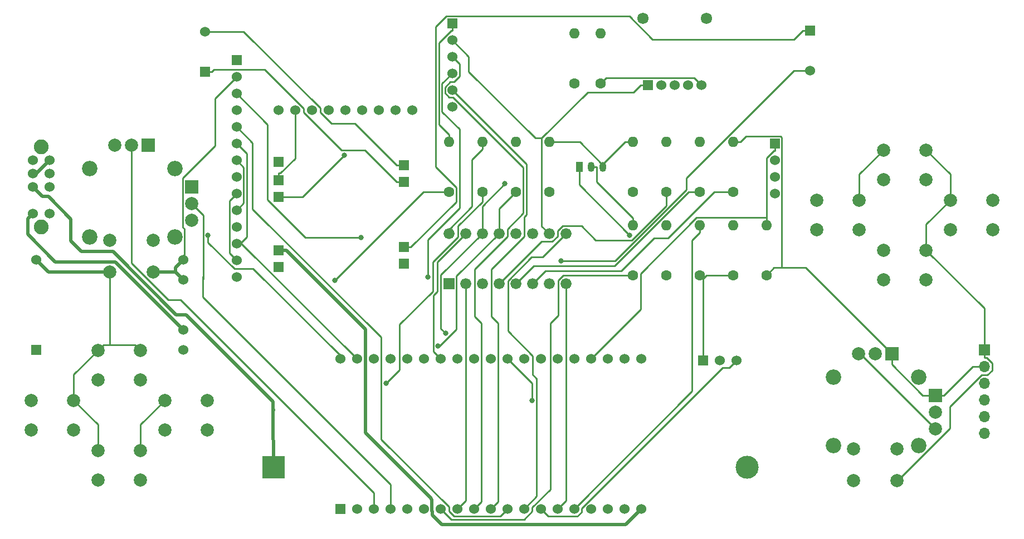
<source format=gbr>
G04 #@! TF.GenerationSoftware,KiCad,Pcbnew,5.1.6-c6e7f7d~86~ubuntu19.10.1*
G04 #@! TF.CreationDate,2020-06-13T17:36:59-04:00*
G04 #@! TF.ProjectId,Esp32Badge-v1,45737033-3242-4616-9467-652d76312e6b,2*
G04 #@! TF.SameCoordinates,Original*
G04 #@! TF.FileFunction,Copper,L2,Bot*
G04 #@! TF.FilePolarity,Positive*
%FSLAX46Y46*%
G04 Gerber Fmt 4.6, Leading zero omitted, Abs format (unit mm)*
G04 Created by KiCad (PCBNEW 5.1.6-c6e7f7d~86~ubuntu19.10.1) date 2020-06-13 17:36:59*
%MOMM*%
%LPD*%
G01*
G04 APERTURE LIST*
G04 #@! TA.AperFunction,ComponentPad*
%ADD10C,2.000000*%
G04 #@! TD*
G04 #@! TA.AperFunction,ComponentPad*
%ADD11R,2.000000X2.000000*%
G04 #@! TD*
G04 #@! TA.AperFunction,ComponentPad*
%ADD12C,2.340000*%
G04 #@! TD*
G04 #@! TA.AperFunction,ComponentPad*
%ADD13O,1.700000X1.700000*%
G04 #@! TD*
G04 #@! TA.AperFunction,ComponentPad*
%ADD14R,1.700000X1.700000*%
G04 #@! TD*
G04 #@! TA.AperFunction,ComponentPad*
%ADD15C,1.530000*%
G04 #@! TD*
G04 #@! TA.AperFunction,ComponentPad*
%ADD16R,1.530000X1.530000*%
G04 #@! TD*
G04 #@! TA.AperFunction,ComponentPad*
%ADD17C,1.524000*%
G04 #@! TD*
G04 #@! TA.AperFunction,ComponentPad*
%ADD18R,1.524000X1.524000*%
G04 #@! TD*
G04 #@! TA.AperFunction,ComponentPad*
%ADD19C,2.250000*%
G04 #@! TD*
G04 #@! TA.AperFunction,ComponentPad*
%ADD20O,1.600000X1.600000*%
G04 #@! TD*
G04 #@! TA.AperFunction,ComponentPad*
%ADD21C,1.600000*%
G04 #@! TD*
G04 #@! TA.AperFunction,ComponentPad*
%ADD22R,1.050000X1.500000*%
G04 #@! TD*
G04 #@! TA.AperFunction,ComponentPad*
%ADD23O,1.050000X1.500000*%
G04 #@! TD*
G04 #@! TA.AperFunction,ComponentPad*
%ADD24R,3.500000X3.500000*%
G04 #@! TD*
G04 #@! TA.AperFunction,ComponentPad*
%ADD25C,3.500000*%
G04 #@! TD*
G04 #@! TA.AperFunction,ComponentPad*
%ADD26C,1.724000*%
G04 #@! TD*
G04 #@! TA.AperFunction,ComponentPad*
%ADD27C,1.676400*%
G04 #@! TD*
G04 #@! TA.AperFunction,ComponentPad*
%ADD28R,1.676400X1.676400*%
G04 #@! TD*
G04 #@! TA.AperFunction,ViaPad*
%ADD29C,0.800000*%
G04 #@! TD*
G04 #@! TA.AperFunction,Conductor*
%ADD30C,0.250000*%
G04 #@! TD*
G04 #@! TA.AperFunction,Conductor*
%ADD31C,0.500000*%
G04 #@! TD*
G04 APERTURE END LIST*
D10*
X81280000Y-47498000D03*
D11*
X83820000Y-47498000D03*
D10*
X78740000Y-47498000D03*
D11*
X90424000Y-53848000D03*
D10*
X90424000Y-56388000D03*
X90424000Y-58928000D03*
X77978000Y-61976000D03*
X84582000Y-61976000D03*
D12*
X74930000Y-51054000D03*
X87884000Y-51054000D03*
X87884000Y-61468000D03*
X74930000Y-61468000D03*
D10*
X77978000Y-66802000D03*
X84582000Y-66802000D03*
X194310000Y-79248000D03*
D11*
X196850000Y-79248000D03*
D10*
X191770000Y-79248000D03*
D11*
X203454000Y-85598000D03*
D10*
X203454000Y-88138000D03*
X203454000Y-90678000D03*
X191008000Y-93726000D03*
X197612000Y-93726000D03*
D12*
X187960000Y-82804000D03*
X200914000Y-82804000D03*
X200914000Y-93218000D03*
X187960000Y-93218000D03*
D10*
X191008000Y-98552000D03*
X197612000Y-98552000D03*
D13*
X210922000Y-91389200D03*
X210922000Y-88849200D03*
X210922000Y-86309200D03*
X210922000Y-83769200D03*
X210922000Y-81229200D03*
D14*
X210922000Y-78689200D03*
D15*
X113040000Y-80010000D03*
X115580000Y-80010000D03*
X118120000Y-80010000D03*
X120660000Y-80010000D03*
X123200000Y-80010000D03*
X125740000Y-80010000D03*
X128280000Y-80010000D03*
X130820000Y-80010000D03*
X133360000Y-80010000D03*
X135900000Y-80010000D03*
X138440000Y-80010000D03*
X140980000Y-80010000D03*
X143520000Y-80010000D03*
X146060000Y-80010000D03*
X148600000Y-80010000D03*
X151140000Y-80010000D03*
X153680000Y-80010000D03*
X156220000Y-80010000D03*
X158760000Y-80010000D03*
X158760000Y-102870000D03*
X156220000Y-102870000D03*
X153680000Y-102870000D03*
X151140000Y-102870000D03*
X148600000Y-102870000D03*
X146060000Y-102870000D03*
X143520000Y-102870000D03*
X140980000Y-102870000D03*
X138440000Y-102870000D03*
X135900000Y-102870000D03*
X133360000Y-102870000D03*
X130820000Y-102870000D03*
X128280000Y-102870000D03*
X125740000Y-102870000D03*
X123200000Y-102870000D03*
X120660000Y-102870000D03*
X118120000Y-102870000D03*
X115580000Y-102870000D03*
D16*
X113040000Y-102870000D03*
D17*
X89204800Y-78663800D03*
X89204800Y-75615800D03*
X89204800Y-67995800D03*
X89204800Y-64947800D03*
X66852800Y-64947800D03*
D18*
X66852800Y-78663800D03*
D17*
X66294000Y-57937400D03*
X66294000Y-53873400D03*
X66294000Y-51841400D03*
X68834000Y-57937400D03*
X68834000Y-53873400D03*
X68834000Y-51841400D03*
X66294000Y-49809400D03*
X68834000Y-49809400D03*
D19*
X67564000Y-59969400D03*
X67564000Y-47777400D03*
D17*
X173228000Y-80264000D03*
X170688000Y-80264000D03*
D18*
X168148000Y-80264000D03*
D20*
X152640000Y-30480000D03*
D21*
X152640000Y-38100000D03*
D20*
X148590000Y-30480000D03*
D21*
X148590000Y-38100000D03*
D22*
X149352000Y-50800000D03*
D23*
X152908000Y-50800000D03*
X151130000Y-50800000D03*
D20*
X162560000Y-59690000D03*
D21*
X162560000Y-67310000D03*
D18*
X179070000Y-47244000D03*
D17*
X179070000Y-49784000D03*
X179070000Y-52324000D03*
X179070000Y-54864000D03*
X97282000Y-67564000D03*
X97282000Y-65024000D03*
X97282000Y-62484000D03*
X97282000Y-59944000D03*
X97282000Y-57404000D03*
X97282000Y-54864000D03*
X97282000Y-52324000D03*
X97282000Y-49784000D03*
X97282000Y-47244000D03*
X97282000Y-44704000D03*
X97282000Y-42164000D03*
X97282000Y-39624000D03*
X97282000Y-37084000D03*
D18*
X97282000Y-34544000D03*
D24*
X102870000Y-96520000D03*
D25*
X174870000Y-96520000D03*
D26*
X168656000Y-28194000D03*
X159004000Y-28194000D03*
D18*
X159766000Y-38354000D03*
D17*
X161798000Y-38354000D03*
X167894000Y-38354000D03*
X165862000Y-38354000D03*
X163830000Y-38354000D03*
D18*
X103632000Y-55372000D03*
X103632000Y-52832000D03*
X103632000Y-63500000D03*
X103632000Y-66040000D03*
X103632000Y-50038000D03*
X122682000Y-62992000D03*
X122682000Y-65532000D03*
X122682000Y-53086000D03*
X122682000Y-50546000D03*
D17*
X103632000Y-42164000D03*
X106172000Y-42164000D03*
X108712000Y-42164000D03*
X111252000Y-42164000D03*
X113792000Y-42164000D03*
X116332000Y-42164000D03*
X118872000Y-42164000D03*
X121412000Y-42164000D03*
X123952000Y-42164000D03*
X130048000Y-41656000D03*
X130048000Y-39116000D03*
X130048000Y-36576000D03*
X130048000Y-34036000D03*
X130048000Y-31496000D03*
D18*
X130048000Y-28956000D03*
D27*
X129540000Y-60960000D03*
X132080000Y-60960000D03*
X134620000Y-60960000D03*
X137160000Y-60960000D03*
X139700000Y-60960000D03*
X142240000Y-60960000D03*
X144780000Y-60960000D03*
X147320000Y-60960000D03*
X147320000Y-68580000D03*
X144780000Y-68580000D03*
X142240000Y-68580000D03*
X139700000Y-68580000D03*
X137160000Y-68580000D03*
X134620000Y-68580000D03*
X132080000Y-68580000D03*
D28*
X129540000Y-68580000D03*
D20*
X157480000Y-59690000D03*
D21*
X157480000Y-67310000D03*
D20*
X177800000Y-59690000D03*
D21*
X177800000Y-67310000D03*
D20*
X172720000Y-59690000D03*
D21*
X172720000Y-67310000D03*
D20*
X167640000Y-59690000D03*
D21*
X167640000Y-67310000D03*
D20*
X172720000Y-46990000D03*
D21*
X172720000Y-54610000D03*
D20*
X167640000Y-46990000D03*
D21*
X167640000Y-54610000D03*
D20*
X162560000Y-46990000D03*
D21*
X162560000Y-54610000D03*
D20*
X157480000Y-46990000D03*
D21*
X157480000Y-54610000D03*
D18*
X184404000Y-30018000D03*
D17*
X184404000Y-36114000D03*
D18*
X92456000Y-36322000D03*
D17*
X92456000Y-30226000D03*
D20*
X129540000Y-46990000D03*
D21*
X129540000Y-54610000D03*
D20*
X134620000Y-46990000D03*
D21*
X134620000Y-54610000D03*
D20*
X139700000Y-46990000D03*
D21*
X139700000Y-54610000D03*
D20*
X144780000Y-46990000D03*
D21*
X144780000Y-54610000D03*
D10*
X82700000Y-78740000D03*
X82700000Y-83240000D03*
X76200000Y-78740000D03*
X76200000Y-83240000D03*
X82700000Y-93980000D03*
X82700000Y-98480000D03*
X76200000Y-93980000D03*
X76200000Y-98480000D03*
X72540000Y-86360000D03*
X72540000Y-90860000D03*
X66040000Y-86360000D03*
X66040000Y-90860000D03*
X92860000Y-86360000D03*
X92860000Y-90860000D03*
X86360000Y-86360000D03*
X86360000Y-90860000D03*
X202080000Y-63500000D03*
X202080000Y-68000000D03*
X195580000Y-63500000D03*
X195580000Y-68000000D03*
X212240000Y-55880000D03*
X212240000Y-60380000D03*
X205740000Y-55880000D03*
X205740000Y-60380000D03*
X191920000Y-55880000D03*
X191920000Y-60380000D03*
X185420000Y-55880000D03*
X185420000Y-60380000D03*
X202080000Y-48260000D03*
X202080000Y-52760000D03*
X195580000Y-48260000D03*
X195580000Y-52760000D03*
D29*
X112247500Y-68066200D03*
X119984800Y-83768500D03*
X127916400Y-78083300D03*
X138009700Y-53375900D03*
X129032800Y-76148300D03*
X142167100Y-86365300D03*
X146575700Y-65131000D03*
X116165400Y-61509200D03*
X113697100Y-49018000D03*
X92944200Y-61187000D03*
X157046300Y-61198700D03*
X126358900Y-67561000D03*
D30*
X128280000Y-80010000D02*
X127191100Y-78921100D01*
X127191100Y-78921100D02*
X127191100Y-70349100D01*
X127191100Y-70349100D02*
X127802000Y-69738200D01*
X127802000Y-69738200D02*
X127802000Y-65238000D01*
X127802000Y-65238000D02*
X132080000Y-60960000D01*
X143649200Y-46432600D02*
X150640500Y-39441300D01*
X150640500Y-39441300D02*
X157591400Y-39441300D01*
X157591400Y-39441300D02*
X158678700Y-38354000D01*
X130048000Y-31496000D02*
X132541900Y-33989900D01*
X132541900Y-33989900D02*
X132541900Y-36311900D01*
X132541900Y-36311900D02*
X142662600Y-46432600D01*
X142662600Y-46432600D02*
X143649200Y-46432600D01*
X144780000Y-60960000D02*
X143649200Y-59829200D01*
X143649200Y-59829200D02*
X143649200Y-46432600D01*
X159766000Y-38354000D02*
X158678700Y-38354000D01*
X146060000Y-102870000D02*
X147320000Y-101610000D01*
X147320000Y-101610000D02*
X147320000Y-68580000D01*
X202080000Y-63500000D02*
X210922000Y-72342000D01*
X210922000Y-72342000D02*
X210922000Y-77513900D01*
X205740000Y-55880000D02*
X202080000Y-59540000D01*
X202080000Y-59540000D02*
X202080000Y-63500000D01*
X210922000Y-78689200D02*
X210922000Y-77513900D01*
D31*
X88011000Y-66802000D02*
X89204800Y-67995800D01*
X84582000Y-66802000D02*
X88011000Y-66802000D01*
X89204800Y-64947800D02*
X88011000Y-66141600D01*
X88011000Y-66141600D02*
X88011000Y-66802000D01*
D30*
X97282000Y-37084000D02*
X93993700Y-40372300D01*
X93993700Y-40372300D02*
X93993700Y-47571000D01*
X93993700Y-47571000D02*
X89098600Y-52466100D01*
X89098600Y-52466100D02*
X89098600Y-59972600D01*
X89098600Y-59972600D02*
X89382200Y-60256200D01*
X89382200Y-60256200D02*
X89382200Y-64770400D01*
X89382200Y-64770400D02*
X89204800Y-64947800D01*
X77978000Y-77851000D02*
X81811000Y-77851000D01*
X81811000Y-77851000D02*
X82700000Y-78740000D01*
X76200000Y-78740000D02*
X77089000Y-77851000D01*
X77089000Y-77851000D02*
X77978000Y-77851000D01*
X77978000Y-77851000D02*
X77978000Y-66802000D01*
D31*
X77978000Y-66802000D02*
X68707000Y-66802000D01*
X68707000Y-66802000D02*
X66852800Y-64947800D01*
D30*
X76200000Y-93980000D02*
X76200000Y-90020000D01*
X76200000Y-90020000D02*
X72540000Y-86360000D01*
X210922000Y-78689200D02*
X210922000Y-79864500D01*
X210922000Y-79864500D02*
X211289300Y-79864500D01*
X211289300Y-79864500D02*
X212107400Y-80682600D01*
X212107400Y-80682600D02*
X212107400Y-81783500D01*
X212107400Y-81783500D02*
X211391700Y-82499200D01*
X211391700Y-82499200D02*
X210515500Y-82499200D01*
X210515500Y-82499200D02*
X205693900Y-87320800D01*
X205693900Y-87320800D02*
X205693900Y-90617700D01*
X205693900Y-90617700D02*
X197759600Y-98552000D01*
X197759600Y-98552000D02*
X197612000Y-98552000D01*
X72540000Y-86360000D02*
X72540000Y-82400000D01*
X72540000Y-82400000D02*
X76200000Y-78740000D01*
X86360000Y-86360000D02*
X82700000Y-90020000D01*
X82700000Y-90020000D02*
X82700000Y-93980000D01*
X205740000Y-55880000D02*
X205740000Y-51920000D01*
X205740000Y-51920000D02*
X202080000Y-48260000D01*
X195580000Y-48260000D02*
X191920000Y-51920000D01*
X191920000Y-51920000D02*
X191920000Y-55880000D01*
X66294000Y-53873400D02*
X66320000Y-53873400D01*
D31*
X66294000Y-53873400D02*
X67729100Y-55308500D01*
X67729100Y-55308500D02*
X68668900Y-55308500D01*
X68668900Y-55308500D02*
X72110600Y-58750200D01*
X72110600Y-58750200D02*
X72110600Y-62090300D01*
X72110600Y-62090300D02*
X73710800Y-63690500D01*
X73710800Y-63690500D02*
X78486000Y-63690500D01*
X78486000Y-63690500D02*
X88087200Y-73291700D01*
X88087200Y-73291700D02*
X89585800Y-73291700D01*
X102831900Y-86537800D02*
X102831900Y-88125300D01*
X89585800Y-73291700D02*
X102831900Y-86537800D01*
X102870000Y-87720600D02*
X102831900Y-88125300D01*
X102831900Y-88125300D02*
X102870000Y-96520000D01*
D30*
X180161000Y-66139500D02*
X183741500Y-66139500D01*
X183741500Y-66139500D02*
X196850000Y-79248000D01*
X177800000Y-67310000D02*
X178970500Y-66139500D01*
X178970500Y-66139500D02*
X180161000Y-66139500D01*
X173845300Y-46990000D02*
X174678600Y-46156700D01*
X174678600Y-46156700D02*
X179984900Y-46156700D01*
X179984900Y-46156700D02*
X180161000Y-46332800D01*
X180161000Y-46332800D02*
X180161000Y-66139500D01*
X172720000Y-46990000D02*
X173845300Y-46990000D01*
X134620000Y-48115300D02*
X133044400Y-49690900D01*
X133044400Y-49690900D02*
X133044400Y-56818700D01*
X133044400Y-56818700D02*
X129540000Y-60323100D01*
X129540000Y-60323100D02*
X129540000Y-60960000D01*
X130048000Y-30043300D02*
X129951400Y-30043300D01*
X129951400Y-30043300D02*
X128041100Y-31953600D01*
X128041100Y-31953600D02*
X128041100Y-44365800D01*
X128041100Y-44365800D02*
X129540000Y-45864700D01*
X134620000Y-46990000D02*
X134620000Y-48115300D01*
X196850000Y-79248000D02*
X196850000Y-80878500D01*
X196850000Y-80878500D02*
X201569500Y-85598000D01*
X201569500Y-85598000D02*
X203454000Y-85598000D01*
X168148000Y-67818000D02*
X168148000Y-80264000D01*
X167640000Y-67310000D02*
X168148000Y-67818000D01*
X172720000Y-67310000D02*
X168656000Y-67310000D01*
X168656000Y-67310000D02*
X168148000Y-67818000D01*
X203454000Y-85598000D02*
X204779300Y-85598000D01*
X204779300Y-85598000D02*
X209148100Y-81229200D01*
X209148100Y-81229200D02*
X210922000Y-81229200D01*
X152896000Y-50448700D02*
X156354700Y-46990000D01*
X144780000Y-46990000D02*
X149437300Y-46990000D01*
X149437300Y-46990000D02*
X152896000Y-50448700D01*
X152896000Y-50448700D02*
X152896000Y-50788000D01*
X152896000Y-50788000D02*
X152908000Y-50800000D01*
X157480000Y-46990000D02*
X156354700Y-46990000D01*
X129540000Y-46990000D02*
X129540000Y-45864700D01*
X130048000Y-28956000D02*
X130048000Y-30043300D01*
X112247500Y-68066200D02*
X125703700Y-54610000D01*
X125703700Y-54610000D02*
X129540000Y-54610000D01*
X119984800Y-83768500D02*
X122075100Y-81678200D01*
X122075100Y-81678200D02*
X122075100Y-74789700D01*
X122075100Y-74789700D02*
X127126600Y-69738200D01*
X127126600Y-69738200D02*
X127126600Y-65276500D01*
X127126600Y-65276500D02*
X130916400Y-61486700D01*
X130916400Y-61486700D02*
X130916400Y-59796400D01*
X130916400Y-59796400D02*
X134620000Y-56092800D01*
X134620000Y-56092800D02*
X134620000Y-54610000D01*
X127916400Y-78083300D02*
X128143100Y-78083300D01*
X128143100Y-78083300D02*
X130703600Y-75522800D01*
X130703600Y-75522800D02*
X130703600Y-67416400D01*
X130703600Y-67416400D02*
X137160000Y-60960000D01*
X137160000Y-60960000D02*
X137160000Y-57150000D01*
X137160000Y-57150000D02*
X139700000Y-54610000D01*
X134620000Y-60960000D02*
X128346200Y-67233800D01*
X128346200Y-67233800D02*
X128346200Y-75461700D01*
X128346200Y-75461700D02*
X129032800Y-76148300D01*
X134620000Y-60960000D02*
X134620000Y-56765600D01*
X134620000Y-56765600D02*
X138009700Y-53375900D01*
X138440000Y-80010000D02*
X142167100Y-83737100D01*
X142167100Y-83737100D02*
X142167100Y-86365300D01*
X97939200Y-62369200D02*
X115580000Y-80010000D01*
X97282000Y-47244000D02*
X98835500Y-48797500D01*
X98835500Y-48797500D02*
X98835500Y-61472900D01*
X98835500Y-61472900D02*
X97939200Y-62369200D01*
X97939200Y-62369200D02*
X97396800Y-62369200D01*
X97396800Y-62369200D02*
X97282000Y-62484000D01*
X97282000Y-54864000D02*
X96192500Y-55953500D01*
X96192500Y-55953500D02*
X96192500Y-63934500D01*
X96192500Y-63934500D02*
X97282000Y-65024000D01*
X97282000Y-49784000D02*
X98371300Y-50873300D01*
X98371300Y-50873300D02*
X98371300Y-56314700D01*
X98371300Y-56314700D02*
X97282000Y-57404000D01*
X122682000Y-53086000D02*
X121594700Y-53086000D01*
X92456000Y-36322000D02*
X93543300Y-36322000D01*
X93543300Y-36322000D02*
X93877000Y-35988300D01*
X93877000Y-35988300D02*
X101550800Y-35988300D01*
X101550800Y-35988300D02*
X107442000Y-41879500D01*
X107442000Y-41879500D02*
X107442000Y-42504000D01*
X107442000Y-42504000D02*
X113218300Y-48280300D01*
X113218300Y-48280300D02*
X116789000Y-48280300D01*
X116789000Y-48280300D02*
X121594700Y-53086000D01*
X122682000Y-50546000D02*
X121594700Y-50546000D01*
X92456000Y-30226000D02*
X98365500Y-30226000D01*
X98365500Y-30226000D02*
X109982000Y-41842500D01*
X109982000Y-41842500D02*
X109982000Y-42458900D01*
X109982000Y-42458900D02*
X111704600Y-44181500D01*
X111704600Y-44181500D02*
X115230200Y-44181500D01*
X115230200Y-44181500D02*
X121594700Y-50546000D01*
X183316700Y-30018000D02*
X181961600Y-31373100D01*
X181961600Y-31373100D02*
X160503900Y-31373100D01*
X160503900Y-31373100D02*
X156992600Y-27861800D01*
X156992600Y-27861800D02*
X129124600Y-27861800D01*
X129124600Y-27861800D02*
X127564000Y-29422400D01*
X127564000Y-29422400D02*
X127564000Y-50834200D01*
X127564000Y-50834200D02*
X130668600Y-53938800D01*
X130668600Y-53938800D02*
X130668600Y-56092700D01*
X130668600Y-56092700D02*
X123769300Y-62992000D01*
X122682000Y-62992000D02*
X123769300Y-62992000D01*
X184404000Y-30018000D02*
X183316700Y-30018000D01*
X146575700Y-65131000D02*
X154789600Y-65131000D01*
X154789600Y-65131000D02*
X165623400Y-54297200D01*
X165623400Y-54297200D02*
X165623400Y-52475800D01*
X165623400Y-52475800D02*
X181985200Y-36114000D01*
X181985200Y-36114000D02*
X184404000Y-36114000D01*
X157480000Y-59690000D02*
X157480000Y-58564700D01*
X151130000Y-50800000D02*
X151980300Y-50800000D01*
X151980300Y-50800000D02*
X151980300Y-53065000D01*
X151980300Y-53065000D02*
X157480000Y-58564700D01*
X162560000Y-54610000D02*
X162560000Y-56723700D01*
X162560000Y-56723700D02*
X157329000Y-61954700D01*
X157329000Y-61954700D02*
X151843800Y-61954700D01*
X151843800Y-61954700D02*
X149684600Y-59795500D01*
X149684600Y-59795500D02*
X146816100Y-59795500D01*
X146816100Y-59795500D02*
X146050000Y-60561600D01*
X146050000Y-60561600D02*
X146050000Y-61351400D01*
X146050000Y-61351400D02*
X145277800Y-62123600D01*
X145277800Y-62123600D02*
X143616400Y-62123600D01*
X143616400Y-62123600D02*
X137160000Y-68580000D01*
X139700000Y-68580000D02*
X142423700Y-65856300D01*
X142423700Y-65856300D02*
X154736500Y-65856300D01*
X154736500Y-65856300D02*
X165982800Y-54610000D01*
X165982800Y-54610000D02*
X167640000Y-54610000D01*
X172720000Y-54610000D02*
X169868500Y-54610000D01*
X169868500Y-54610000D02*
X162848100Y-61630400D01*
X162848100Y-61630400D02*
X160719400Y-61630400D01*
X160719400Y-61630400D02*
X155716900Y-66632900D01*
X155716900Y-66632900D02*
X144187100Y-66632900D01*
X144187100Y-66632900D02*
X142240000Y-68580000D01*
X167640000Y-59690000D02*
X167640000Y-60815300D01*
X167640000Y-60815300D02*
X166514700Y-61940600D01*
X166514700Y-61940600D02*
X166514700Y-84955300D01*
X166514700Y-84955300D02*
X148600000Y-102870000D01*
X97282000Y-39624000D02*
X102008000Y-44350000D01*
X102008000Y-44350000D02*
X102008000Y-55791700D01*
X102008000Y-55791700D02*
X107725500Y-61509200D01*
X107725500Y-61509200D02*
X116165400Y-61509200D01*
X179070000Y-47244000D02*
X179070000Y-48331300D01*
X179070000Y-48331300D02*
X178934100Y-48331300D01*
X178934100Y-48331300D02*
X177800000Y-49465400D01*
X177800000Y-49465400D02*
X177800000Y-58514400D01*
X177800000Y-58514400D02*
X177800000Y-59690000D01*
X177800000Y-58514400D02*
X167180800Y-58514400D01*
X167180800Y-58514400D02*
X158676300Y-67018900D01*
X158676300Y-67018900D02*
X158676300Y-72473700D01*
X158676300Y-72473700D02*
X151140000Y-80010000D01*
X157480000Y-67310000D02*
X146921700Y-67310000D01*
X146921700Y-67310000D02*
X146156400Y-68075300D01*
X146156400Y-68075300D02*
X146156400Y-73394900D01*
X146156400Y-73394900D02*
X144960800Y-74590500D01*
X144960800Y-74590500D02*
X144960800Y-99887200D01*
X144960800Y-99887200D02*
X142230700Y-102617300D01*
X142230700Y-102617300D02*
X142230700Y-103205000D01*
X142230700Y-103205000D02*
X140972200Y-104463500D01*
X140972200Y-104463500D02*
X129873500Y-104463500D01*
X129873500Y-104463500D02*
X128280000Y-102870000D01*
X103632000Y-55372000D02*
X107343100Y-55372000D01*
X107343100Y-55372000D02*
X113697100Y-49018000D01*
D31*
X68834000Y-49809400D02*
X66802000Y-51841400D01*
D30*
X66802000Y-51841400D02*
X66294000Y-51841400D01*
D31*
X116850000Y-91239500D02*
X126840300Y-101229800D01*
X156716100Y-104913900D02*
X158760000Y-102870000D01*
X116903500Y-75509500D02*
X116903500Y-77698600D01*
X104894000Y-63500000D02*
X116903500Y-75509500D01*
X103632000Y-63500000D02*
X104894000Y-63500000D01*
X116850000Y-77261700D02*
X116903500Y-77698600D01*
X116903500Y-77698600D02*
X116850000Y-91239500D01*
X126840300Y-101229800D02*
X126840300Y-101376800D01*
X126840300Y-101376800D02*
X126987300Y-101523800D01*
D30*
X126987300Y-103190502D02*
X127012700Y-103215902D01*
D31*
X126987300Y-101523800D02*
X126987300Y-103190502D01*
X127012700Y-103215902D02*
X127012700Y-103797100D01*
X127012700Y-103797100D02*
X128447800Y-105232200D01*
X156397800Y-105232200D02*
X158760000Y-102870000D01*
X128447800Y-105232200D02*
X156397800Y-105232200D01*
D30*
X97282000Y-44704000D02*
X99719800Y-47141800D01*
X99719800Y-47141800D02*
X99719800Y-57201200D01*
X99719800Y-57201200D02*
X119259500Y-76740900D01*
X119259500Y-76740900D02*
X119259500Y-92264400D01*
X119259500Y-92264400D02*
X129550200Y-102555100D01*
X129550200Y-102555100D02*
X129550200Y-103162100D01*
X129550200Y-103162100D02*
X130353200Y-103965100D01*
X130353200Y-103965100D02*
X137344900Y-103965100D01*
X137344900Y-103965100D02*
X138440000Y-102870000D01*
X130048000Y-39116000D02*
X141322700Y-50390700D01*
X141322700Y-50390700D02*
X141322700Y-58097600D01*
X141322700Y-58097600D02*
X140970000Y-58450300D01*
X140970000Y-58450300D02*
X140970000Y-61401800D01*
X140970000Y-61401800D02*
X135968100Y-66403700D01*
X135968100Y-66403700D02*
X135968100Y-73561800D01*
X135968100Y-73561800D02*
X137019800Y-74613500D01*
X137019800Y-74613500D02*
X137019800Y-101750200D01*
X137019800Y-101750200D02*
X135900000Y-102870000D01*
X130048000Y-34036000D02*
X131181100Y-35169100D01*
X131181100Y-35169100D02*
X131181100Y-36991700D01*
X131181100Y-36991700D02*
X130326800Y-37846000D01*
X130326800Y-37846000D02*
X129756900Y-37846000D01*
X129756900Y-37846000D02*
X128941800Y-38661100D01*
X128941800Y-38661100D02*
X128941800Y-39566400D01*
X128941800Y-39566400D02*
X129602000Y-40226600D01*
X129602000Y-40226600D02*
X130210300Y-40226600D01*
X130210300Y-40226600D02*
X140872300Y-50888600D01*
X140872300Y-50888600D02*
X140872300Y-57834300D01*
X140872300Y-57834300D02*
X138430000Y-60276600D01*
X138430000Y-60276600D02*
X138430000Y-61376300D01*
X138430000Y-61376300D02*
X133428100Y-66378200D01*
X133428100Y-66378200D02*
X133428100Y-73561800D01*
X133428100Y-73561800D02*
X134464200Y-74597900D01*
X134464200Y-74597900D02*
X134464200Y-101765800D01*
X134464200Y-101765800D02*
X133360000Y-102870000D01*
X132080000Y-68580000D02*
X132080000Y-101610000D01*
X132080000Y-101610000D02*
X130820000Y-102870000D01*
X143520000Y-102870000D02*
X144631900Y-103981900D01*
X144631900Y-103981900D02*
X149077800Y-103981900D01*
X149077800Y-103981900D02*
X149690900Y-103368800D01*
X149690900Y-103368800D02*
X149690900Y-102777100D01*
X149690900Y-102777100D02*
X171116600Y-81351400D01*
X171116600Y-81351400D02*
X172140600Y-81351400D01*
X172140600Y-81351400D02*
X173228000Y-80264000D01*
X140980000Y-102870000D02*
X142900700Y-100949300D01*
X142900700Y-100949300D02*
X142900700Y-83029500D01*
X142900700Y-83029500D02*
X142250000Y-82378800D01*
X142250000Y-82378800D02*
X142250000Y-79549800D01*
X142250000Y-79549800D02*
X138508100Y-75807900D01*
X138508100Y-75807900D02*
X138508100Y-68119200D01*
X138508100Y-68119200D02*
X142145100Y-64482200D01*
X142145100Y-64482200D02*
X143797900Y-64482200D01*
X143797900Y-64482200D02*
X143797900Y-64482100D01*
X143797900Y-64482100D02*
X147320000Y-60960000D01*
X103632000Y-52832000D02*
X103632000Y-51744700D01*
X106172000Y-42164000D02*
X106172000Y-49510500D01*
X106172000Y-49510500D02*
X103937800Y-51744700D01*
X103937800Y-51744700D02*
X103632000Y-51744700D01*
X118120000Y-102870000D02*
X118120000Y-100398800D01*
X118120000Y-100398800D02*
X88766200Y-71045000D01*
X88766200Y-71045000D02*
X86876400Y-71045000D01*
X86876400Y-71045000D02*
X81280000Y-65448600D01*
X81280000Y-65448600D02*
X81280000Y-47498000D01*
X90424000Y-56388000D02*
X92218900Y-58182900D01*
X92221614Y-67424300D02*
X92214700Y-67424300D01*
X92218900Y-58182900D02*
X92214700Y-67424300D01*
X92214700Y-67424300D02*
X92218900Y-67873700D01*
X120660000Y-102870000D02*
X120660000Y-99108100D01*
X120660000Y-99108100D02*
X92189300Y-70637400D01*
X92189300Y-67449700D02*
X92214700Y-67424300D01*
X92189300Y-70637400D02*
X92189300Y-67449700D01*
X113040000Y-80010000D02*
X113040000Y-79522600D01*
X113040000Y-79522600D02*
X99811400Y-66294000D01*
X99811400Y-66294000D02*
X96968800Y-66294000D01*
X96968800Y-66294000D02*
X92944200Y-62269400D01*
X92944200Y-62269400D02*
X92944200Y-61187000D01*
X203454000Y-90678000D02*
X192024000Y-79248000D01*
X192024000Y-79248000D02*
X191770000Y-79248000D01*
X149352000Y-50800000D02*
X149352000Y-53504400D01*
X149352000Y-53504400D02*
X157046300Y-61198700D01*
X167894000Y-38354000D02*
X166806600Y-37266600D01*
X166806600Y-37266600D02*
X153473400Y-37266600D01*
X153473400Y-37266600D02*
X152640000Y-38100000D01*
X130048000Y-36576000D02*
X128491400Y-38132600D01*
X128491400Y-38132600D02*
X128491400Y-42376100D01*
X128491400Y-42376100D02*
X131161200Y-45045900D01*
X131161200Y-45045900D02*
X131161200Y-57085800D01*
X131161200Y-57085800D02*
X126358900Y-61888100D01*
X126358900Y-61888100D02*
X126358900Y-67561000D01*
X66294000Y-57937400D02*
X66092700Y-58138700D01*
D31*
X65532001Y-61074301D02*
X69742500Y-65284800D01*
X78873800Y-65284800D02*
X89204800Y-75615800D01*
X66294000Y-57937400D02*
X65532001Y-58699399D01*
X69742500Y-65284800D02*
X78873800Y-65284800D01*
X65532001Y-58699399D02*
X65532001Y-61074301D01*
M02*

</source>
